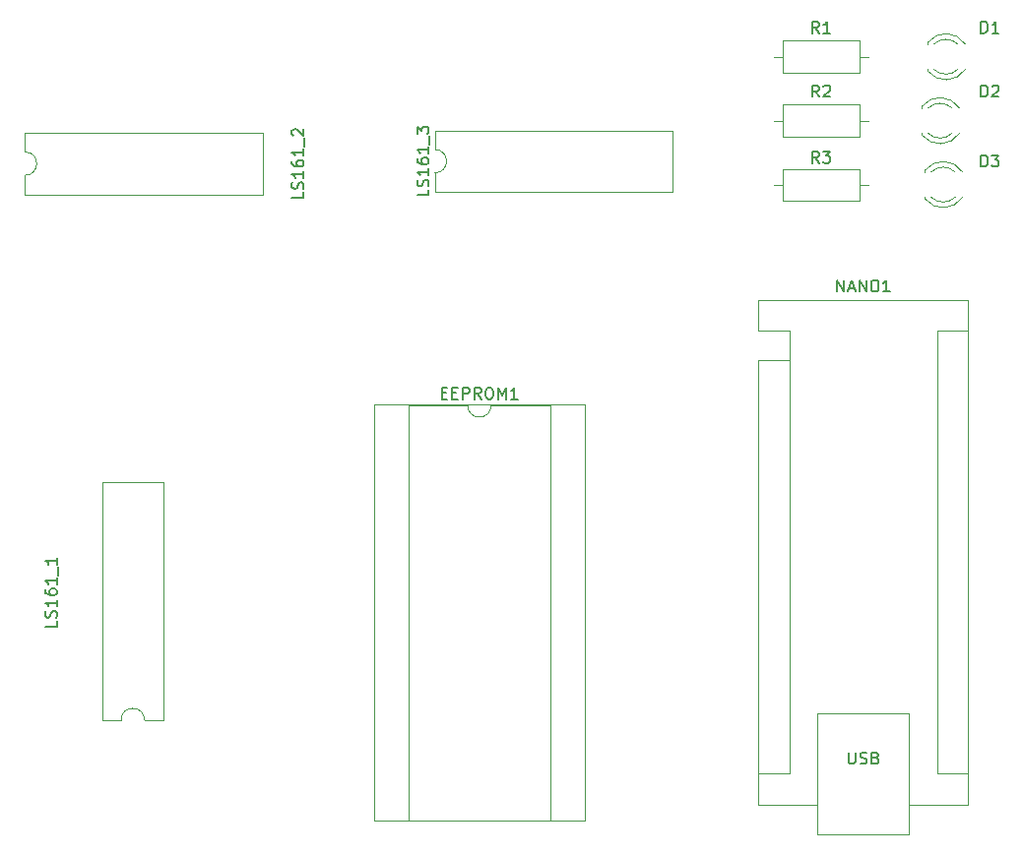
<source format=gbr>
%TF.GenerationSoftware,KiCad,Pcbnew,8.0.3*%
%TF.CreationDate,2024-09-07T21:46:08+02:00*%
%TF.ProjectId,AT28C64B-circuit-second-sol,41543238-4336-4344-922d-636972637569,rev?*%
%TF.SameCoordinates,Original*%
%TF.FileFunction,Legend,Top*%
%TF.FilePolarity,Positive*%
%FSLAX46Y46*%
G04 Gerber Fmt 4.6, Leading zero omitted, Abs format (unit mm)*
G04 Created by KiCad (PCBNEW 8.0.3) date 2024-09-07 21:46:08*
%MOMM*%
%LPD*%
G01*
G04 APERTURE LIST*
%ADD10C,0.150000*%
%ADD11C,0.120000*%
G04 APERTURE END LIST*
D10*
X180333333Y-51134819D02*
X180000000Y-50658628D01*
X179761905Y-51134819D02*
X179761905Y-50134819D01*
X179761905Y-50134819D02*
X180142857Y-50134819D01*
X180142857Y-50134819D02*
X180238095Y-50182438D01*
X180238095Y-50182438D02*
X180285714Y-50230057D01*
X180285714Y-50230057D02*
X180333333Y-50325295D01*
X180333333Y-50325295D02*
X180333333Y-50468152D01*
X180333333Y-50468152D02*
X180285714Y-50563390D01*
X180285714Y-50563390D02*
X180238095Y-50611009D01*
X180238095Y-50611009D02*
X180142857Y-50658628D01*
X180142857Y-50658628D02*
X179761905Y-50658628D01*
X180666667Y-50134819D02*
X181285714Y-50134819D01*
X181285714Y-50134819D02*
X180952381Y-50515771D01*
X180952381Y-50515771D02*
X181095238Y-50515771D01*
X181095238Y-50515771D02*
X181190476Y-50563390D01*
X181190476Y-50563390D02*
X181238095Y-50611009D01*
X181238095Y-50611009D02*
X181285714Y-50706247D01*
X181285714Y-50706247D02*
X181285714Y-50944342D01*
X181285714Y-50944342D02*
X181238095Y-51039580D01*
X181238095Y-51039580D02*
X181190476Y-51087200D01*
X181190476Y-51087200D02*
X181095238Y-51134819D01*
X181095238Y-51134819D02*
X180809524Y-51134819D01*
X180809524Y-51134819D02*
X180714286Y-51087200D01*
X180714286Y-51087200D02*
X180666667Y-51039580D01*
X180333333Y-39954819D02*
X180000000Y-39478628D01*
X179761905Y-39954819D02*
X179761905Y-38954819D01*
X179761905Y-38954819D02*
X180142857Y-38954819D01*
X180142857Y-38954819D02*
X180238095Y-39002438D01*
X180238095Y-39002438D02*
X180285714Y-39050057D01*
X180285714Y-39050057D02*
X180333333Y-39145295D01*
X180333333Y-39145295D02*
X180333333Y-39288152D01*
X180333333Y-39288152D02*
X180285714Y-39383390D01*
X180285714Y-39383390D02*
X180238095Y-39431009D01*
X180238095Y-39431009D02*
X180142857Y-39478628D01*
X180142857Y-39478628D02*
X179761905Y-39478628D01*
X181285714Y-39954819D02*
X180714286Y-39954819D01*
X181000000Y-39954819D02*
X181000000Y-38954819D01*
X181000000Y-38954819D02*
X180904762Y-39097676D01*
X180904762Y-39097676D02*
X180809524Y-39192914D01*
X180809524Y-39192914D02*
X180714286Y-39240533D01*
X135994819Y-53642381D02*
X135994819Y-54118571D01*
X135994819Y-54118571D02*
X134994819Y-54118571D01*
X135947200Y-53356666D02*
X135994819Y-53213809D01*
X135994819Y-53213809D02*
X135994819Y-52975714D01*
X135994819Y-52975714D02*
X135947200Y-52880476D01*
X135947200Y-52880476D02*
X135899580Y-52832857D01*
X135899580Y-52832857D02*
X135804342Y-52785238D01*
X135804342Y-52785238D02*
X135709104Y-52785238D01*
X135709104Y-52785238D02*
X135613866Y-52832857D01*
X135613866Y-52832857D02*
X135566247Y-52880476D01*
X135566247Y-52880476D02*
X135518628Y-52975714D01*
X135518628Y-52975714D02*
X135471009Y-53166190D01*
X135471009Y-53166190D02*
X135423390Y-53261428D01*
X135423390Y-53261428D02*
X135375771Y-53309047D01*
X135375771Y-53309047D02*
X135280533Y-53356666D01*
X135280533Y-53356666D02*
X135185295Y-53356666D01*
X135185295Y-53356666D02*
X135090057Y-53309047D01*
X135090057Y-53309047D02*
X135042438Y-53261428D01*
X135042438Y-53261428D02*
X134994819Y-53166190D01*
X134994819Y-53166190D02*
X134994819Y-52928095D01*
X134994819Y-52928095D02*
X135042438Y-52785238D01*
X135994819Y-51832857D02*
X135994819Y-52404285D01*
X135994819Y-52118571D02*
X134994819Y-52118571D01*
X134994819Y-52118571D02*
X135137676Y-52213809D01*
X135137676Y-52213809D02*
X135232914Y-52309047D01*
X135232914Y-52309047D02*
X135280533Y-52404285D01*
X134994819Y-50975714D02*
X134994819Y-51166190D01*
X134994819Y-51166190D02*
X135042438Y-51261428D01*
X135042438Y-51261428D02*
X135090057Y-51309047D01*
X135090057Y-51309047D02*
X135232914Y-51404285D01*
X135232914Y-51404285D02*
X135423390Y-51451904D01*
X135423390Y-51451904D02*
X135804342Y-51451904D01*
X135804342Y-51451904D02*
X135899580Y-51404285D01*
X135899580Y-51404285D02*
X135947200Y-51356666D01*
X135947200Y-51356666D02*
X135994819Y-51261428D01*
X135994819Y-51261428D02*
X135994819Y-51070952D01*
X135994819Y-51070952D02*
X135947200Y-50975714D01*
X135947200Y-50975714D02*
X135899580Y-50928095D01*
X135899580Y-50928095D02*
X135804342Y-50880476D01*
X135804342Y-50880476D02*
X135566247Y-50880476D01*
X135566247Y-50880476D02*
X135471009Y-50928095D01*
X135471009Y-50928095D02*
X135423390Y-50975714D01*
X135423390Y-50975714D02*
X135375771Y-51070952D01*
X135375771Y-51070952D02*
X135375771Y-51261428D01*
X135375771Y-51261428D02*
X135423390Y-51356666D01*
X135423390Y-51356666D02*
X135471009Y-51404285D01*
X135471009Y-51404285D02*
X135566247Y-51451904D01*
X135994819Y-49928095D02*
X135994819Y-50499523D01*
X135994819Y-50213809D02*
X134994819Y-50213809D01*
X134994819Y-50213809D02*
X135137676Y-50309047D01*
X135137676Y-50309047D02*
X135232914Y-50404285D01*
X135232914Y-50404285D02*
X135280533Y-50499523D01*
X136090057Y-49737619D02*
X136090057Y-48975714D01*
X135090057Y-48785237D02*
X135042438Y-48737618D01*
X135042438Y-48737618D02*
X134994819Y-48642380D01*
X134994819Y-48642380D02*
X134994819Y-48404285D01*
X134994819Y-48404285D02*
X135042438Y-48309047D01*
X135042438Y-48309047D02*
X135090057Y-48261428D01*
X135090057Y-48261428D02*
X135185295Y-48213809D01*
X135185295Y-48213809D02*
X135280533Y-48213809D01*
X135280533Y-48213809D02*
X135423390Y-48261428D01*
X135423390Y-48261428D02*
X135994819Y-48832856D01*
X135994819Y-48832856D02*
X135994819Y-48213809D01*
X194261905Y-39954819D02*
X194261905Y-38954819D01*
X194261905Y-38954819D02*
X194500000Y-38954819D01*
X194500000Y-38954819D02*
X194642857Y-39002438D01*
X194642857Y-39002438D02*
X194738095Y-39097676D01*
X194738095Y-39097676D02*
X194785714Y-39192914D01*
X194785714Y-39192914D02*
X194833333Y-39383390D01*
X194833333Y-39383390D02*
X194833333Y-39526247D01*
X194833333Y-39526247D02*
X194785714Y-39716723D01*
X194785714Y-39716723D02*
X194738095Y-39811961D01*
X194738095Y-39811961D02*
X194642857Y-39907200D01*
X194642857Y-39907200D02*
X194500000Y-39954819D01*
X194500000Y-39954819D02*
X194261905Y-39954819D01*
X195785714Y-39954819D02*
X195214286Y-39954819D01*
X195500000Y-39954819D02*
X195500000Y-38954819D01*
X195500000Y-38954819D02*
X195404762Y-39097676D01*
X195404762Y-39097676D02*
X195309524Y-39192914D01*
X195309524Y-39192914D02*
X195214286Y-39240533D01*
X147881905Y-70941009D02*
X148215238Y-70941009D01*
X148358095Y-71464819D02*
X147881905Y-71464819D01*
X147881905Y-71464819D02*
X147881905Y-70464819D01*
X147881905Y-70464819D02*
X148358095Y-70464819D01*
X148786667Y-70941009D02*
X149120000Y-70941009D01*
X149262857Y-71464819D02*
X148786667Y-71464819D01*
X148786667Y-71464819D02*
X148786667Y-70464819D01*
X148786667Y-70464819D02*
X149262857Y-70464819D01*
X149691429Y-71464819D02*
X149691429Y-70464819D01*
X149691429Y-70464819D02*
X150072381Y-70464819D01*
X150072381Y-70464819D02*
X150167619Y-70512438D01*
X150167619Y-70512438D02*
X150215238Y-70560057D01*
X150215238Y-70560057D02*
X150262857Y-70655295D01*
X150262857Y-70655295D02*
X150262857Y-70798152D01*
X150262857Y-70798152D02*
X150215238Y-70893390D01*
X150215238Y-70893390D02*
X150167619Y-70941009D01*
X150167619Y-70941009D02*
X150072381Y-70988628D01*
X150072381Y-70988628D02*
X149691429Y-70988628D01*
X151262857Y-71464819D02*
X150929524Y-70988628D01*
X150691429Y-71464819D02*
X150691429Y-70464819D01*
X150691429Y-70464819D02*
X151072381Y-70464819D01*
X151072381Y-70464819D02*
X151167619Y-70512438D01*
X151167619Y-70512438D02*
X151215238Y-70560057D01*
X151215238Y-70560057D02*
X151262857Y-70655295D01*
X151262857Y-70655295D02*
X151262857Y-70798152D01*
X151262857Y-70798152D02*
X151215238Y-70893390D01*
X151215238Y-70893390D02*
X151167619Y-70941009D01*
X151167619Y-70941009D02*
X151072381Y-70988628D01*
X151072381Y-70988628D02*
X150691429Y-70988628D01*
X151881905Y-70464819D02*
X152072381Y-70464819D01*
X152072381Y-70464819D02*
X152167619Y-70512438D01*
X152167619Y-70512438D02*
X152262857Y-70607676D01*
X152262857Y-70607676D02*
X152310476Y-70798152D01*
X152310476Y-70798152D02*
X152310476Y-71131485D01*
X152310476Y-71131485D02*
X152262857Y-71321961D01*
X152262857Y-71321961D02*
X152167619Y-71417200D01*
X152167619Y-71417200D02*
X152072381Y-71464819D01*
X152072381Y-71464819D02*
X151881905Y-71464819D01*
X151881905Y-71464819D02*
X151786667Y-71417200D01*
X151786667Y-71417200D02*
X151691429Y-71321961D01*
X151691429Y-71321961D02*
X151643810Y-71131485D01*
X151643810Y-71131485D02*
X151643810Y-70798152D01*
X151643810Y-70798152D02*
X151691429Y-70607676D01*
X151691429Y-70607676D02*
X151786667Y-70512438D01*
X151786667Y-70512438D02*
X151881905Y-70464819D01*
X152739048Y-71464819D02*
X152739048Y-70464819D01*
X152739048Y-70464819D02*
X153072381Y-71179104D01*
X153072381Y-71179104D02*
X153405714Y-70464819D01*
X153405714Y-70464819D02*
X153405714Y-71464819D01*
X154405714Y-71464819D02*
X153834286Y-71464819D01*
X154120000Y-71464819D02*
X154120000Y-70464819D01*
X154120000Y-70464819D02*
X154024762Y-70607676D01*
X154024762Y-70607676D02*
X153929524Y-70702914D01*
X153929524Y-70702914D02*
X153834286Y-70750533D01*
X146749819Y-53442381D02*
X146749819Y-53918571D01*
X146749819Y-53918571D02*
X145749819Y-53918571D01*
X146702200Y-53156666D02*
X146749819Y-53013809D01*
X146749819Y-53013809D02*
X146749819Y-52775714D01*
X146749819Y-52775714D02*
X146702200Y-52680476D01*
X146702200Y-52680476D02*
X146654580Y-52632857D01*
X146654580Y-52632857D02*
X146559342Y-52585238D01*
X146559342Y-52585238D02*
X146464104Y-52585238D01*
X146464104Y-52585238D02*
X146368866Y-52632857D01*
X146368866Y-52632857D02*
X146321247Y-52680476D01*
X146321247Y-52680476D02*
X146273628Y-52775714D01*
X146273628Y-52775714D02*
X146226009Y-52966190D01*
X146226009Y-52966190D02*
X146178390Y-53061428D01*
X146178390Y-53061428D02*
X146130771Y-53109047D01*
X146130771Y-53109047D02*
X146035533Y-53156666D01*
X146035533Y-53156666D02*
X145940295Y-53156666D01*
X145940295Y-53156666D02*
X145845057Y-53109047D01*
X145845057Y-53109047D02*
X145797438Y-53061428D01*
X145797438Y-53061428D02*
X145749819Y-52966190D01*
X145749819Y-52966190D02*
X145749819Y-52728095D01*
X145749819Y-52728095D02*
X145797438Y-52585238D01*
X146749819Y-51632857D02*
X146749819Y-52204285D01*
X146749819Y-51918571D02*
X145749819Y-51918571D01*
X145749819Y-51918571D02*
X145892676Y-52013809D01*
X145892676Y-52013809D02*
X145987914Y-52109047D01*
X145987914Y-52109047D02*
X146035533Y-52204285D01*
X145749819Y-50775714D02*
X145749819Y-50966190D01*
X145749819Y-50966190D02*
X145797438Y-51061428D01*
X145797438Y-51061428D02*
X145845057Y-51109047D01*
X145845057Y-51109047D02*
X145987914Y-51204285D01*
X145987914Y-51204285D02*
X146178390Y-51251904D01*
X146178390Y-51251904D02*
X146559342Y-51251904D01*
X146559342Y-51251904D02*
X146654580Y-51204285D01*
X146654580Y-51204285D02*
X146702200Y-51156666D01*
X146702200Y-51156666D02*
X146749819Y-51061428D01*
X146749819Y-51061428D02*
X146749819Y-50870952D01*
X146749819Y-50870952D02*
X146702200Y-50775714D01*
X146702200Y-50775714D02*
X146654580Y-50728095D01*
X146654580Y-50728095D02*
X146559342Y-50680476D01*
X146559342Y-50680476D02*
X146321247Y-50680476D01*
X146321247Y-50680476D02*
X146226009Y-50728095D01*
X146226009Y-50728095D02*
X146178390Y-50775714D01*
X146178390Y-50775714D02*
X146130771Y-50870952D01*
X146130771Y-50870952D02*
X146130771Y-51061428D01*
X146130771Y-51061428D02*
X146178390Y-51156666D01*
X146178390Y-51156666D02*
X146226009Y-51204285D01*
X146226009Y-51204285D02*
X146321247Y-51251904D01*
X146749819Y-49728095D02*
X146749819Y-50299523D01*
X146749819Y-50013809D02*
X145749819Y-50013809D01*
X145749819Y-50013809D02*
X145892676Y-50109047D01*
X145892676Y-50109047D02*
X145987914Y-50204285D01*
X145987914Y-50204285D02*
X146035533Y-50299523D01*
X146845057Y-49537619D02*
X146845057Y-48775714D01*
X145749819Y-48632856D02*
X145749819Y-48013809D01*
X145749819Y-48013809D02*
X146130771Y-48347142D01*
X146130771Y-48347142D02*
X146130771Y-48204285D01*
X146130771Y-48204285D02*
X146178390Y-48109047D01*
X146178390Y-48109047D02*
X146226009Y-48061428D01*
X146226009Y-48061428D02*
X146321247Y-48013809D01*
X146321247Y-48013809D02*
X146559342Y-48013809D01*
X146559342Y-48013809D02*
X146654580Y-48061428D01*
X146654580Y-48061428D02*
X146702200Y-48109047D01*
X146702200Y-48109047D02*
X146749819Y-48204285D01*
X146749819Y-48204285D02*
X146749819Y-48489999D01*
X146749819Y-48489999D02*
X146702200Y-48585237D01*
X146702200Y-48585237D02*
X146654580Y-48632856D01*
X180333333Y-45454819D02*
X180000000Y-44978628D01*
X179761905Y-45454819D02*
X179761905Y-44454819D01*
X179761905Y-44454819D02*
X180142857Y-44454819D01*
X180142857Y-44454819D02*
X180238095Y-44502438D01*
X180238095Y-44502438D02*
X180285714Y-44550057D01*
X180285714Y-44550057D02*
X180333333Y-44645295D01*
X180333333Y-44645295D02*
X180333333Y-44788152D01*
X180333333Y-44788152D02*
X180285714Y-44883390D01*
X180285714Y-44883390D02*
X180238095Y-44931009D01*
X180238095Y-44931009D02*
X180142857Y-44978628D01*
X180142857Y-44978628D02*
X179761905Y-44978628D01*
X180714286Y-44550057D02*
X180761905Y-44502438D01*
X180761905Y-44502438D02*
X180857143Y-44454819D01*
X180857143Y-44454819D02*
X181095238Y-44454819D01*
X181095238Y-44454819D02*
X181190476Y-44502438D01*
X181190476Y-44502438D02*
X181238095Y-44550057D01*
X181238095Y-44550057D02*
X181285714Y-44645295D01*
X181285714Y-44645295D02*
X181285714Y-44740533D01*
X181285714Y-44740533D02*
X181238095Y-44883390D01*
X181238095Y-44883390D02*
X180666667Y-45454819D01*
X180666667Y-45454819D02*
X181285714Y-45454819D01*
X181881905Y-62214819D02*
X181881905Y-61214819D01*
X181881905Y-61214819D02*
X182453333Y-62214819D01*
X182453333Y-62214819D02*
X182453333Y-61214819D01*
X182881905Y-61929104D02*
X183358095Y-61929104D01*
X182786667Y-62214819D02*
X183120000Y-61214819D01*
X183120000Y-61214819D02*
X183453333Y-62214819D01*
X183786667Y-62214819D02*
X183786667Y-61214819D01*
X183786667Y-61214819D02*
X184358095Y-62214819D01*
X184358095Y-62214819D02*
X184358095Y-61214819D01*
X185024762Y-61214819D02*
X185215238Y-61214819D01*
X185215238Y-61214819D02*
X185310476Y-61262438D01*
X185310476Y-61262438D02*
X185405714Y-61357676D01*
X185405714Y-61357676D02*
X185453333Y-61548152D01*
X185453333Y-61548152D02*
X185453333Y-61881485D01*
X185453333Y-61881485D02*
X185405714Y-62071961D01*
X185405714Y-62071961D02*
X185310476Y-62167200D01*
X185310476Y-62167200D02*
X185215238Y-62214819D01*
X185215238Y-62214819D02*
X185024762Y-62214819D01*
X185024762Y-62214819D02*
X184929524Y-62167200D01*
X184929524Y-62167200D02*
X184834286Y-62071961D01*
X184834286Y-62071961D02*
X184786667Y-61881485D01*
X184786667Y-61881485D02*
X184786667Y-61548152D01*
X184786667Y-61548152D02*
X184834286Y-61357676D01*
X184834286Y-61357676D02*
X184929524Y-61262438D01*
X184929524Y-61262438D02*
X185024762Y-61214819D01*
X186405714Y-62214819D02*
X185834286Y-62214819D01*
X186120000Y-62214819D02*
X186120000Y-61214819D01*
X186120000Y-61214819D02*
X186024762Y-61357676D01*
X186024762Y-61357676D02*
X185929524Y-61452914D01*
X185929524Y-61452914D02*
X185834286Y-61500533D01*
X182858095Y-101854819D02*
X182858095Y-102664342D01*
X182858095Y-102664342D02*
X182905714Y-102759580D01*
X182905714Y-102759580D02*
X182953333Y-102807200D01*
X182953333Y-102807200D02*
X183048571Y-102854819D01*
X183048571Y-102854819D02*
X183239047Y-102854819D01*
X183239047Y-102854819D02*
X183334285Y-102807200D01*
X183334285Y-102807200D02*
X183381904Y-102759580D01*
X183381904Y-102759580D02*
X183429523Y-102664342D01*
X183429523Y-102664342D02*
X183429523Y-101854819D01*
X183858095Y-102807200D02*
X184000952Y-102854819D01*
X184000952Y-102854819D02*
X184239047Y-102854819D01*
X184239047Y-102854819D02*
X184334285Y-102807200D01*
X184334285Y-102807200D02*
X184381904Y-102759580D01*
X184381904Y-102759580D02*
X184429523Y-102664342D01*
X184429523Y-102664342D02*
X184429523Y-102569104D01*
X184429523Y-102569104D02*
X184381904Y-102473866D01*
X184381904Y-102473866D02*
X184334285Y-102426247D01*
X184334285Y-102426247D02*
X184239047Y-102378628D01*
X184239047Y-102378628D02*
X184048571Y-102331009D01*
X184048571Y-102331009D02*
X183953333Y-102283390D01*
X183953333Y-102283390D02*
X183905714Y-102235771D01*
X183905714Y-102235771D02*
X183858095Y-102140533D01*
X183858095Y-102140533D02*
X183858095Y-102045295D01*
X183858095Y-102045295D02*
X183905714Y-101950057D01*
X183905714Y-101950057D02*
X183953333Y-101902438D01*
X183953333Y-101902438D02*
X184048571Y-101854819D01*
X184048571Y-101854819D02*
X184286666Y-101854819D01*
X184286666Y-101854819D02*
X184429523Y-101902438D01*
X185191428Y-102331009D02*
X185334285Y-102378628D01*
X185334285Y-102378628D02*
X185381904Y-102426247D01*
X185381904Y-102426247D02*
X185429523Y-102521485D01*
X185429523Y-102521485D02*
X185429523Y-102664342D01*
X185429523Y-102664342D02*
X185381904Y-102759580D01*
X185381904Y-102759580D02*
X185334285Y-102807200D01*
X185334285Y-102807200D02*
X185239047Y-102854819D01*
X185239047Y-102854819D02*
X184858095Y-102854819D01*
X184858095Y-102854819D02*
X184858095Y-101854819D01*
X184858095Y-101854819D02*
X185191428Y-101854819D01*
X185191428Y-101854819D02*
X185286666Y-101902438D01*
X185286666Y-101902438D02*
X185334285Y-101950057D01*
X185334285Y-101950057D02*
X185381904Y-102045295D01*
X185381904Y-102045295D02*
X185381904Y-102140533D01*
X185381904Y-102140533D02*
X185334285Y-102235771D01*
X185334285Y-102235771D02*
X185286666Y-102283390D01*
X185286666Y-102283390D02*
X185191428Y-102331009D01*
X185191428Y-102331009D02*
X184858095Y-102331009D01*
X114774819Y-90532381D02*
X114774819Y-91008571D01*
X114774819Y-91008571D02*
X113774819Y-91008571D01*
X114727200Y-90246666D02*
X114774819Y-90103809D01*
X114774819Y-90103809D02*
X114774819Y-89865714D01*
X114774819Y-89865714D02*
X114727200Y-89770476D01*
X114727200Y-89770476D02*
X114679580Y-89722857D01*
X114679580Y-89722857D02*
X114584342Y-89675238D01*
X114584342Y-89675238D02*
X114489104Y-89675238D01*
X114489104Y-89675238D02*
X114393866Y-89722857D01*
X114393866Y-89722857D02*
X114346247Y-89770476D01*
X114346247Y-89770476D02*
X114298628Y-89865714D01*
X114298628Y-89865714D02*
X114251009Y-90056190D01*
X114251009Y-90056190D02*
X114203390Y-90151428D01*
X114203390Y-90151428D02*
X114155771Y-90199047D01*
X114155771Y-90199047D02*
X114060533Y-90246666D01*
X114060533Y-90246666D02*
X113965295Y-90246666D01*
X113965295Y-90246666D02*
X113870057Y-90199047D01*
X113870057Y-90199047D02*
X113822438Y-90151428D01*
X113822438Y-90151428D02*
X113774819Y-90056190D01*
X113774819Y-90056190D02*
X113774819Y-89818095D01*
X113774819Y-89818095D02*
X113822438Y-89675238D01*
X114774819Y-88722857D02*
X114774819Y-89294285D01*
X114774819Y-89008571D02*
X113774819Y-89008571D01*
X113774819Y-89008571D02*
X113917676Y-89103809D01*
X113917676Y-89103809D02*
X114012914Y-89199047D01*
X114012914Y-89199047D02*
X114060533Y-89294285D01*
X113774819Y-87865714D02*
X113774819Y-88056190D01*
X113774819Y-88056190D02*
X113822438Y-88151428D01*
X113822438Y-88151428D02*
X113870057Y-88199047D01*
X113870057Y-88199047D02*
X114012914Y-88294285D01*
X114012914Y-88294285D02*
X114203390Y-88341904D01*
X114203390Y-88341904D02*
X114584342Y-88341904D01*
X114584342Y-88341904D02*
X114679580Y-88294285D01*
X114679580Y-88294285D02*
X114727200Y-88246666D01*
X114727200Y-88246666D02*
X114774819Y-88151428D01*
X114774819Y-88151428D02*
X114774819Y-87960952D01*
X114774819Y-87960952D02*
X114727200Y-87865714D01*
X114727200Y-87865714D02*
X114679580Y-87818095D01*
X114679580Y-87818095D02*
X114584342Y-87770476D01*
X114584342Y-87770476D02*
X114346247Y-87770476D01*
X114346247Y-87770476D02*
X114251009Y-87818095D01*
X114251009Y-87818095D02*
X114203390Y-87865714D01*
X114203390Y-87865714D02*
X114155771Y-87960952D01*
X114155771Y-87960952D02*
X114155771Y-88151428D01*
X114155771Y-88151428D02*
X114203390Y-88246666D01*
X114203390Y-88246666D02*
X114251009Y-88294285D01*
X114251009Y-88294285D02*
X114346247Y-88341904D01*
X114774819Y-86818095D02*
X114774819Y-87389523D01*
X114774819Y-87103809D02*
X113774819Y-87103809D01*
X113774819Y-87103809D02*
X113917676Y-87199047D01*
X113917676Y-87199047D02*
X114012914Y-87294285D01*
X114012914Y-87294285D02*
X114060533Y-87389523D01*
X114870057Y-86627619D02*
X114870057Y-85865714D01*
X114774819Y-85103809D02*
X114774819Y-85675237D01*
X114774819Y-85389523D02*
X113774819Y-85389523D01*
X113774819Y-85389523D02*
X113917676Y-85484761D01*
X113917676Y-85484761D02*
X114012914Y-85579999D01*
X114012914Y-85579999D02*
X114060533Y-85675237D01*
X194261905Y-45454819D02*
X194261905Y-44454819D01*
X194261905Y-44454819D02*
X194500000Y-44454819D01*
X194500000Y-44454819D02*
X194642857Y-44502438D01*
X194642857Y-44502438D02*
X194738095Y-44597676D01*
X194738095Y-44597676D02*
X194785714Y-44692914D01*
X194785714Y-44692914D02*
X194833333Y-44883390D01*
X194833333Y-44883390D02*
X194833333Y-45026247D01*
X194833333Y-45026247D02*
X194785714Y-45216723D01*
X194785714Y-45216723D02*
X194738095Y-45311961D01*
X194738095Y-45311961D02*
X194642857Y-45407200D01*
X194642857Y-45407200D02*
X194500000Y-45454819D01*
X194500000Y-45454819D02*
X194261905Y-45454819D01*
X195214286Y-44550057D02*
X195261905Y-44502438D01*
X195261905Y-44502438D02*
X195357143Y-44454819D01*
X195357143Y-44454819D02*
X195595238Y-44454819D01*
X195595238Y-44454819D02*
X195690476Y-44502438D01*
X195690476Y-44502438D02*
X195738095Y-44550057D01*
X195738095Y-44550057D02*
X195785714Y-44645295D01*
X195785714Y-44645295D02*
X195785714Y-44740533D01*
X195785714Y-44740533D02*
X195738095Y-44883390D01*
X195738095Y-44883390D02*
X195166667Y-45454819D01*
X195166667Y-45454819D02*
X195785714Y-45454819D01*
X194261905Y-51454819D02*
X194261905Y-50454819D01*
X194261905Y-50454819D02*
X194500000Y-50454819D01*
X194500000Y-50454819D02*
X194642857Y-50502438D01*
X194642857Y-50502438D02*
X194738095Y-50597676D01*
X194738095Y-50597676D02*
X194785714Y-50692914D01*
X194785714Y-50692914D02*
X194833333Y-50883390D01*
X194833333Y-50883390D02*
X194833333Y-51026247D01*
X194833333Y-51026247D02*
X194785714Y-51216723D01*
X194785714Y-51216723D02*
X194738095Y-51311961D01*
X194738095Y-51311961D02*
X194642857Y-51407200D01*
X194642857Y-51407200D02*
X194500000Y-51454819D01*
X194500000Y-51454819D02*
X194261905Y-51454819D01*
X195166667Y-50454819D02*
X195785714Y-50454819D01*
X195785714Y-50454819D02*
X195452381Y-50835771D01*
X195452381Y-50835771D02*
X195595238Y-50835771D01*
X195595238Y-50835771D02*
X195690476Y-50883390D01*
X195690476Y-50883390D02*
X195738095Y-50931009D01*
X195738095Y-50931009D02*
X195785714Y-51026247D01*
X195785714Y-51026247D02*
X195785714Y-51264342D01*
X195785714Y-51264342D02*
X195738095Y-51359580D01*
X195738095Y-51359580D02*
X195690476Y-51407200D01*
X195690476Y-51407200D02*
X195595238Y-51454819D01*
X195595238Y-51454819D02*
X195309524Y-51454819D01*
X195309524Y-51454819D02*
X195214286Y-51407200D01*
X195214286Y-51407200D02*
X195166667Y-51359580D01*
D11*
%TO.C,R3*%
X176460000Y-53050000D02*
X177230000Y-53050000D01*
X177230000Y-51680000D02*
X177230000Y-54420000D01*
X177230000Y-54420000D02*
X183770000Y-54420000D01*
X183770000Y-51680000D02*
X177230000Y-51680000D01*
X183770000Y-54420000D02*
X183770000Y-51680000D01*
X184540000Y-53050000D02*
X183770000Y-53050000D01*
%TO.C,R1*%
X176460000Y-42000000D02*
X177230000Y-42000000D01*
X177230000Y-40630000D02*
X177230000Y-43370000D01*
X177230000Y-43370000D02*
X183770000Y-43370000D01*
X183770000Y-40630000D02*
X177230000Y-40630000D01*
X183770000Y-43370000D02*
X183770000Y-40630000D01*
X184540000Y-42000000D02*
X183770000Y-42000000D01*
%TO.C,LS161_2*%
X112050000Y-48540000D02*
X112050000Y-50190000D01*
X112050000Y-52190000D02*
X112050000Y-53840000D01*
X112050000Y-53840000D02*
X132490000Y-53840000D01*
X132490000Y-48540000D02*
X112050000Y-48540000D01*
X132490000Y-53840000D02*
X132490000Y-48540000D01*
X112050000Y-50190000D02*
G75*
G02*
X112050000Y-52190000I0J-1000000D01*
G01*
%TO.C,D1*%
X189670000Y-40764000D02*
X189670000Y-40920000D01*
X189670000Y-43080000D02*
X189670000Y-43236000D01*
X189670000Y-40764484D02*
G75*
G02*
X192902335Y-40921392I1560000J-1235516D01*
G01*
X190189039Y-40920000D02*
G75*
G02*
X192271130Y-40920163I1040961J-1080000D01*
G01*
X192271130Y-43079837D02*
G75*
G02*
X190189039Y-43080000I-1041130J1079837D01*
G01*
X192902335Y-43078608D02*
G75*
G02*
X189670000Y-43235516I-1672335J1078608D01*
G01*
%TO.C,EEPROM1*%
X142060000Y-71950000D02*
X142060000Y-107750000D01*
X142060000Y-107750000D02*
X160180000Y-107750000D01*
X145060000Y-72010000D02*
X145060000Y-107690000D01*
X145060000Y-107690000D02*
X157180000Y-107690000D01*
X150120000Y-72010000D02*
X145060000Y-72010000D01*
X157180000Y-72010000D02*
X152120000Y-72010000D01*
X157180000Y-107690000D02*
X157180000Y-72010000D01*
X160180000Y-71950000D02*
X142060000Y-71950000D01*
X160180000Y-107750000D02*
X160180000Y-71950000D01*
X152120000Y-72010000D02*
G75*
G02*
X150120000Y-72010000I-1000000J0D01*
G01*
%TO.C,LS161_3*%
X147295000Y-48340000D02*
X147295000Y-49990000D01*
X147295000Y-51990000D02*
X147295000Y-53640000D01*
X147295000Y-53640000D02*
X167735000Y-53640000D01*
X167735000Y-48340000D02*
X147295000Y-48340000D01*
X167735000Y-53640000D02*
X167735000Y-48340000D01*
X147295000Y-49990000D02*
G75*
G02*
X147295000Y-51990000I0J-1000000D01*
G01*
%TO.C,R2*%
X176460000Y-47500000D02*
X177230000Y-47500000D01*
X177230000Y-46130000D02*
X177230000Y-48870000D01*
X177230000Y-48870000D02*
X183770000Y-48870000D01*
X183770000Y-46130000D02*
X177230000Y-46130000D01*
X183770000Y-48870000D02*
X183770000Y-46130000D01*
X184540000Y-47500000D02*
X183770000Y-47500000D01*
%TO.C,NANO1*%
X175100000Y-62900000D02*
X175100000Y-65570000D01*
X175100000Y-68110000D02*
X175100000Y-106340000D01*
X175100000Y-106340000D02*
X180180000Y-106340000D01*
X177770000Y-65570000D02*
X175100000Y-65570000D01*
X177770000Y-68110000D02*
X175100000Y-68110000D01*
X177770000Y-68110000D02*
X177770000Y-65570000D01*
X177770000Y-68110000D02*
X177770000Y-103670000D01*
X177770000Y-103670000D02*
X175100000Y-103670000D01*
X180180000Y-98460000D02*
X188060000Y-98460000D01*
X180180000Y-108880000D02*
X180180000Y-98460000D01*
X188060000Y-98460000D02*
X188060000Y-108880000D01*
X188060000Y-108880000D02*
X180180000Y-108880000D01*
X190470000Y-65570000D02*
X190470000Y-103670000D01*
X190470000Y-65570000D02*
X193140000Y-65570000D01*
X190470000Y-103670000D02*
X193140000Y-103670000D01*
X193140000Y-62900000D02*
X175100000Y-62900000D01*
X193140000Y-106340000D02*
X188060000Y-106340000D01*
X193140000Y-106340000D02*
X193140000Y-62900000D01*
%TO.C,LS161_1*%
X118660000Y-78630000D02*
X118660000Y-99070000D01*
X118660000Y-99070000D02*
X120310000Y-99070000D01*
X122310000Y-99070000D02*
X123960000Y-99070000D01*
X123960000Y-78630000D02*
X118660000Y-78630000D01*
X123960000Y-99070000D02*
X123960000Y-78630000D01*
X120310000Y-99070000D02*
G75*
G02*
X122310000Y-99070000I1000000J0D01*
G01*
%TO.C,D2*%
X189170000Y-46264000D02*
X189170000Y-46420000D01*
X189170000Y-48580000D02*
X189170000Y-48736000D01*
X189170000Y-46264484D02*
G75*
G02*
X192402335Y-46421392I1560000J-1235516D01*
G01*
X189689039Y-46420000D02*
G75*
G02*
X191771130Y-46420163I1040961J-1080000D01*
G01*
X191771130Y-48579837D02*
G75*
G02*
X189689039Y-48580000I-1041130J1079837D01*
G01*
X192402335Y-48578608D02*
G75*
G02*
X189170000Y-48735516I-1672335J1078608D01*
G01*
%TO.C,D3*%
X189435000Y-51764000D02*
X189435000Y-51920000D01*
X189435000Y-54080000D02*
X189435000Y-54236000D01*
X189435000Y-51764484D02*
G75*
G02*
X192667335Y-51921392I1560000J-1235516D01*
G01*
X189954039Y-51920000D02*
G75*
G02*
X192036130Y-51920163I1040961J-1080000D01*
G01*
X192036130Y-54079837D02*
G75*
G02*
X189954039Y-54080000I-1041130J1079837D01*
G01*
X192667335Y-54078608D02*
G75*
G02*
X189435000Y-54235516I-1672335J1078608D01*
G01*
%TD*%
M02*

</source>
